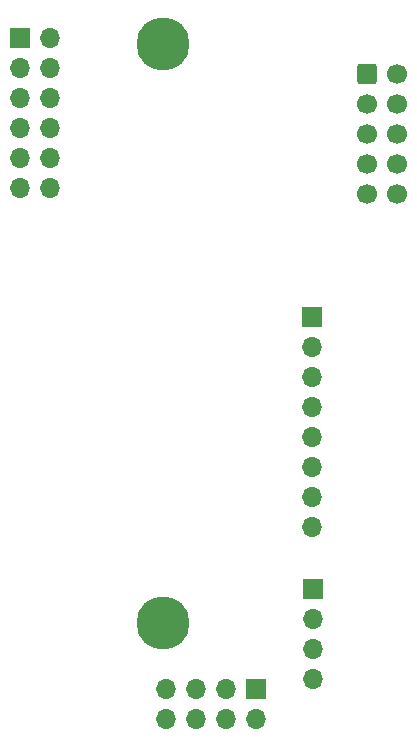
<source format=gbr>
%TF.GenerationSoftware,KiCad,Pcbnew,8.0.6*%
%TF.CreationDate,2025-02-12T12:21:41-05:00*%
%TF.ProjectId,prog,70726f67-2e6b-4696-9361-645f70636258,rev?*%
%TF.SameCoordinates,Original*%
%TF.FileFunction,Soldermask,Bot*%
%TF.FilePolarity,Negative*%
%FSLAX46Y46*%
G04 Gerber Fmt 4.6, Leading zero omitted, Abs format (unit mm)*
G04 Created by KiCad (PCBNEW 8.0.6) date 2025-02-12 12:21:41*
%MOMM*%
%LPD*%
G01*
G04 APERTURE LIST*
G04 Aperture macros list*
%AMRoundRect*
0 Rectangle with rounded corners*
0 $1 Rounding radius*
0 $2 $3 $4 $5 $6 $7 $8 $9 X,Y pos of 4 corners*
0 Add a 4 corners polygon primitive as box body*
4,1,4,$2,$3,$4,$5,$6,$7,$8,$9,$2,$3,0*
0 Add four circle primitives for the rounded corners*
1,1,$1+$1,$2,$3*
1,1,$1+$1,$4,$5*
1,1,$1+$1,$6,$7*
1,1,$1+$1,$8,$9*
0 Add four rect primitives between the rounded corners*
20,1,$1+$1,$2,$3,$4,$5,0*
20,1,$1+$1,$4,$5,$6,$7,0*
20,1,$1+$1,$6,$7,$8,$9,0*
20,1,$1+$1,$8,$9,$2,$3,0*%
G04 Aperture macros list end*
%ADD10R,1.700000X1.700000*%
%ADD11O,1.700000X1.700000*%
%ADD12RoundRect,0.250000X-0.600000X-0.600000X0.600000X-0.600000X0.600000X0.600000X-0.600000X0.600000X0*%
%ADD13C,1.700000*%
%ADD14C,4.500000*%
G04 APERTURE END LIST*
D10*
%TO.C,J14*%
X124000000Y-98100000D03*
D11*
X124000000Y-100640000D03*
X121460000Y-98100000D03*
X121460000Y-100640000D03*
X118920000Y-98100000D03*
X118920000Y-100640000D03*
X116380000Y-98100000D03*
X116380000Y-100640000D03*
%TD*%
D10*
%TO.C,J1*%
X128750000Y-66570000D03*
D11*
X128750000Y-69110000D03*
X128750000Y-71650000D03*
X128750000Y-74190000D03*
X128750000Y-76730000D03*
X128750000Y-79270000D03*
X128750000Y-81810000D03*
X128750000Y-84350000D03*
%TD*%
D12*
%TO.C,J2*%
X133450000Y-45990000D03*
D13*
X135990000Y-45990000D03*
X133450000Y-48530000D03*
X135990000Y-48530000D03*
X133450000Y-51070000D03*
X135990000Y-51070000D03*
X133450000Y-53610000D03*
X135990000Y-53610000D03*
X133450000Y-56150000D03*
X135990000Y-56150000D03*
%TD*%
D10*
%TO.C,J11*%
X104050000Y-42975000D03*
D11*
X106590000Y-42975000D03*
X104050000Y-45515000D03*
X106590000Y-45515000D03*
X104050000Y-48055000D03*
X106590000Y-48055000D03*
X104050000Y-50595000D03*
X106590000Y-50595000D03*
X104050000Y-53135000D03*
X106590000Y-53135000D03*
X104050000Y-55675000D03*
X106590000Y-55675000D03*
%TD*%
D14*
%TO.C,H5*%
X116200000Y-92480000D03*
%TD*%
D10*
%TO.C,J3*%
X128825000Y-89600000D03*
D11*
X128825000Y-92140000D03*
X128825000Y-94680000D03*
X128825000Y-97220000D03*
%TD*%
D14*
%TO.C,H1*%
X116200000Y-43480000D03*
%TD*%
M02*

</source>
